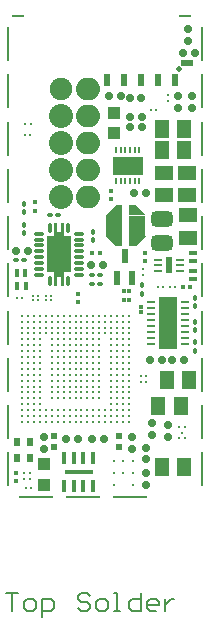
<source format=gts>
%FSLAX25Y25*%
%MOIN*%
G70*
G01*
G75*
G04 Layer_Color=8388736*
%ADD10R,0.05906X0.05118*%
G04:AMPARAMS|DCode=11|XSize=25.59mil|YSize=23.62mil|CornerRadius=5.91mil|HoleSize=0mil|Usage=FLASHONLY|Rotation=180.000|XOffset=0mil|YOffset=0mil|HoleType=Round|Shape=RoundedRectangle|*
%AMROUNDEDRECTD11*
21,1,0.02559,0.01181,0,0,180.0*
21,1,0.01378,0.02362,0,0,180.0*
1,1,0.01181,-0.00689,0.00591*
1,1,0.01181,0.00689,0.00591*
1,1,0.01181,0.00689,-0.00591*
1,1,0.01181,-0.00689,-0.00591*
%
%ADD11ROUNDEDRECTD11*%
G04:AMPARAMS|DCode=12|XSize=25.59mil|YSize=23.62mil|CornerRadius=5.91mil|HoleSize=0mil|Usage=FLASHONLY|Rotation=270.000|XOffset=0mil|YOffset=0mil|HoleType=Round|Shape=RoundedRectangle|*
%AMROUNDEDRECTD12*
21,1,0.02559,0.01181,0,0,270.0*
21,1,0.01378,0.02362,0,0,270.0*
1,1,0.01181,-0.00591,-0.00689*
1,1,0.01181,-0.00591,0.00689*
1,1,0.01181,0.00591,0.00689*
1,1,0.01181,0.00591,-0.00689*
%
%ADD12ROUNDEDRECTD12*%
%ADD13R,0.00866X0.01024*%
%ADD14R,0.01024X0.00866*%
%ADD15R,0.05118X0.05906*%
G04:AMPARAMS|DCode=16|XSize=15.75mil|YSize=17.72mil|CornerRadius=3.94mil|HoleSize=0mil|Usage=FLASHONLY|Rotation=180.000|XOffset=0mil|YOffset=0mil|HoleType=Round|Shape=RoundedRectangle|*
%AMROUNDEDRECTD16*
21,1,0.01575,0.00984,0,0,180.0*
21,1,0.00787,0.01772,0,0,180.0*
1,1,0.00787,-0.00394,0.00492*
1,1,0.00787,0.00394,0.00492*
1,1,0.00787,0.00394,-0.00492*
1,1,0.00787,-0.00394,-0.00492*
%
%ADD16ROUNDEDRECTD16*%
%ADD17C,0.00984*%
%ADD18R,0.02756X0.01575*%
%ADD19R,0.02362X0.01969*%
%ADD20R,0.01654X0.01811*%
%ADD21R,0.03937X0.04331*%
%ADD22R,0.01575X0.02756*%
G04:AMPARAMS|DCode=23|XSize=15.75mil|YSize=17.72mil|CornerRadius=3.94mil|HoleSize=0mil|Usage=FLASHONLY|Rotation=270.000|XOffset=0mil|YOffset=0mil|HoleType=Round|Shape=RoundedRectangle|*
%AMROUNDEDRECTD23*
21,1,0.01575,0.00984,0,0,270.0*
21,1,0.00787,0.01772,0,0,270.0*
1,1,0.00787,-0.00492,-0.00394*
1,1,0.00787,-0.00492,0.00394*
1,1,0.00787,0.00492,0.00394*
1,1,0.00787,0.00492,-0.00394*
%
%ADD23ROUNDEDRECTD23*%
%ADD24R,0.01811X0.01654*%
%ADD25O,0.03347X0.01102*%
%ADD26O,0.01102X0.03347*%
%ADD27R,0.01181X0.01181*%
%ADD28R,0.06496X0.17323*%
%ADD29R,0.02559X0.00984*%
%ADD30R,0.01772X0.01772*%
%ADD31C,0.01082*%
%ADD32R,0.02658X0.00984*%
%ADD33R,0.02402X0.05591*%
%ADD34R,0.09843X0.06299*%
%ADD35R,0.00984X0.01969*%
G04:AMPARAMS|DCode=36|XSize=70.87mil|YSize=51.18mil|CornerRadius=12.8mil|HoleSize=0mil|Usage=FLASHONLY|Rotation=0.000|XOffset=0mil|YOffset=0mil|HoleType=Round|Shape=RoundedRectangle|*
%AMROUNDEDRECTD36*
21,1,0.07087,0.02559,0,0,0.0*
21,1,0.04528,0.05118,0,0,0.0*
1,1,0.02559,0.02264,-0.01280*
1,1,0.02559,-0.02264,-0.01280*
1,1,0.02559,-0.02264,0.01280*
1,1,0.02559,0.02264,0.01280*
%
%ADD36ROUNDEDRECTD36*%
%ADD37C,0.01181*%
%ADD38R,0.01181X0.03937*%
%ADD39R,0.09449X0.01181*%
%ADD40R,0.05512X0.06693*%
%ADD41R,0.01000X0.11811*%
%ADD42R,0.03937X0.01000*%
%ADD43R,0.11811X0.01000*%
%ADD44R,0.01969X0.03937*%
%ADD45R,0.03937X0.01969*%
%ADD46R,0.02362X0.02756*%
%ADD47R,0.01969X0.04724*%
%ADD48C,0.00800*%
%ADD49C,0.00500*%
%ADD50C,0.01000*%
%ADD51C,0.00400*%
%ADD52C,0.01200*%
%ADD53C,0.01500*%
%ADD54C,0.00900*%
%ADD55C,0.00600*%
%ADD56C,0.02000*%
%ADD57C,0.00700*%
%ADD58O,0.08000X0.07500*%
%ADD59C,0.07480*%
%ADD60C,0.08000*%
%ADD61C,0.01200*%
%ADD62C,0.01969*%
%ADD63C,0.08200*%
%ADD64C,0.02200*%
%ADD65C,0.02600*%
%ADD66C,0.01024*%
%ADD67C,0.00807*%
%ADD68R,0.12000X0.06000*%
%ADD69R,0.03937X0.01575*%
%ADD70R,0.00886X0.00709*%
G04:AMPARAMS|DCode=71|XSize=8.86mil|YSize=7.09mil|CornerRadius=0mil|HoleSize=0mil|Usage=FLASHONLY|Rotation=135.000|XOffset=0mil|YOffset=0mil|HoleType=Round|Shape=Rectangle|*
%AMROTATEDRECTD71*
4,1,4,0.00564,-0.00063,0.00063,-0.00564,-0.00564,0.00063,-0.00063,0.00564,0.00564,-0.00063,0.0*
%
%ADD71ROTATEDRECTD71*%

%ADD72R,0.00709X0.00886*%
%ADD73R,0.03228X0.05197*%
%ADD74R,0.03228X0.05197*%
%ADD75R,0.00906X0.03543*%
%ADD76C,0.01339*%
%ADD77C,0.00394*%
%ADD78C,0.00984*%
%ADD79C,0.00591*%
%ADD80C,0.00197*%
%ADD81C,0.00098*%
%ADD82C,0.00472*%
%ADD83C,0.00787*%
%ADD84R,0.01824X0.01666*%
%ADD85R,0.01666X0.01824*%
%ADD86C,0.02000*%
G36*
X43146Y84307D02*
X40981D01*
Y87653D01*
X46493D01*
X43146Y84307D01*
D02*
G37*
G36*
X38619D02*
X36454D01*
X33107Y87653D01*
X38619D01*
Y84307D01*
D02*
G37*
G36*
X19155Y87402D02*
X21655D01*
Y75394D01*
X19155D01*
Y70964D01*
X18250D01*
Y73819D01*
X16990D01*
Y70964D01*
X16085D01*
Y75394D01*
X13585D01*
Y87402D01*
X16085D01*
Y91831D01*
X16990D01*
Y88976D01*
X18250D01*
Y91831D01*
X19155D01*
Y87402D01*
D02*
G37*
G36*
X46493Y94346D02*
X40981D01*
Y97693D01*
X43146D01*
X46493Y94346D01*
D02*
G37*
G36*
X38620Y94327D02*
X33127D01*
X36473Y97673D01*
X38620D01*
Y94327D01*
D02*
G37*
D10*
X60600Y94440D02*
D03*
Y86960D02*
D03*
X52600Y108640D02*
D03*
Y101160D02*
D03*
X60300D02*
D03*
Y108640D02*
D03*
D11*
X60500Y152532D02*
D03*
Y156468D02*
D03*
X57300Y130332D02*
D03*
Y134268D02*
D03*
X62000Y134268D02*
D03*
Y130332D02*
D03*
X48500Y25168D02*
D03*
Y21231D02*
D03*
X46500Y4532D02*
D03*
Y8468D02*
D03*
Y16969D02*
D03*
Y13032D02*
D03*
X12500Y16532D02*
D03*
Y20469D02*
D03*
X42000D02*
D03*
Y16532D02*
D03*
X54000Y24468D02*
D03*
Y20531D02*
D03*
D12*
X62868Y148600D02*
D03*
X58931D02*
D03*
X32469Y20000D02*
D03*
X28532D02*
D03*
X20031D02*
D03*
X23968D02*
D03*
X55231Y46300D02*
D03*
X59168D02*
D03*
X46668Y101700D02*
D03*
X42731D02*
D03*
X34231Y134300D02*
D03*
X38168D02*
D03*
X41131Y133400D02*
D03*
X45068D02*
D03*
X45169Y123800D02*
D03*
X41232D02*
D03*
X32368Y77700D02*
D03*
X28431D02*
D03*
X3272Y82640D02*
D03*
X7209D02*
D03*
X48031Y46300D02*
D03*
X51968D02*
D03*
X45268Y127300D02*
D03*
X41331D02*
D03*
D13*
X53900Y134406D02*
D03*
Y132595D02*
D03*
X45700Y76406D02*
D03*
Y74594D02*
D03*
D14*
X50106Y129500D02*
D03*
X48294D02*
D03*
X52306Y70500D02*
D03*
X50494D02*
D03*
X56305Y70400D02*
D03*
X54495D02*
D03*
X8100Y121100D02*
D03*
X6289D02*
D03*
X3494Y66800D02*
D03*
X5305D02*
D03*
X6389Y124900D02*
D03*
X8200D02*
D03*
X44894Y38700D02*
D03*
X46705D02*
D03*
Y40800D02*
D03*
X44894D02*
D03*
X8405Y3500D02*
D03*
X6594D02*
D03*
D15*
X50760Y31000D02*
D03*
X58240D02*
D03*
X51960Y116200D02*
D03*
X59440D02*
D03*
Y123300D02*
D03*
X51960D02*
D03*
X51960Y10500D02*
D03*
X59440D02*
D03*
X60940Y39400D02*
D03*
X53460D02*
D03*
D16*
X5807Y88484D02*
D03*
Y91240D02*
D03*
X63100Y56122D02*
D03*
Y58878D02*
D03*
Y52078D02*
D03*
Y49322D02*
D03*
X45200Y71078D02*
D03*
Y68322D02*
D03*
X29100Y88978D02*
D03*
Y86222D02*
D03*
X5807Y98327D02*
D03*
Y95571D02*
D03*
X63000Y66978D02*
D03*
Y64222D02*
D03*
D17*
X10587Y67587D02*
D03*
Y66013D02*
D03*
X9013Y67587D02*
D03*
Y66013D02*
D03*
X13313D02*
D03*
Y67587D02*
D03*
X14887Y66013D02*
D03*
Y67587D02*
D03*
X40843Y25500D02*
D03*
X38874D02*
D03*
X36906D02*
D03*
X34937D02*
D03*
X32969D02*
D03*
X31000D02*
D03*
X29032D02*
D03*
X27063D02*
D03*
X25095D02*
D03*
X23126D02*
D03*
X21158D02*
D03*
X19189D02*
D03*
X17221D02*
D03*
X15252D02*
D03*
X13284D02*
D03*
X11315D02*
D03*
X9347D02*
D03*
X7378D02*
D03*
X5409D02*
D03*
X40843Y27468D02*
D03*
X38874D02*
D03*
X36906D02*
D03*
X34937D02*
D03*
X32969D02*
D03*
X31000D02*
D03*
X29032D02*
D03*
X27063D02*
D03*
X25095D02*
D03*
X23126D02*
D03*
X21158D02*
D03*
X19189D02*
D03*
X17221D02*
D03*
X15252D02*
D03*
X13284D02*
D03*
X11315D02*
D03*
X9347D02*
D03*
X7378D02*
D03*
X5409D02*
D03*
X40843Y29437D02*
D03*
X38874D02*
D03*
X36906D02*
D03*
X34937D02*
D03*
X32969D02*
D03*
X31000D02*
D03*
X29032D02*
D03*
X27063D02*
D03*
X25095D02*
D03*
X23126D02*
D03*
X21158D02*
D03*
X19189D02*
D03*
X17221D02*
D03*
X15252D02*
D03*
X13284D02*
D03*
X11315D02*
D03*
X9347D02*
D03*
X7378D02*
D03*
X5409D02*
D03*
X40843Y31405D02*
D03*
X38874D02*
D03*
X36906D02*
D03*
X34937D02*
D03*
X11315D02*
D03*
X9347D02*
D03*
X7378D02*
D03*
X5409D02*
D03*
X40843Y33374D02*
D03*
X38874D02*
D03*
X36906D02*
D03*
X34937D02*
D03*
X31000D02*
D03*
X29032D02*
D03*
X27063D02*
D03*
X25095D02*
D03*
X23126D02*
D03*
X21158D02*
D03*
X19189D02*
D03*
X17221D02*
D03*
X15252D02*
D03*
X11315D02*
D03*
X9347D02*
D03*
X7378D02*
D03*
X5409D02*
D03*
X40843Y35342D02*
D03*
X38874D02*
D03*
X36906D02*
D03*
X34937D02*
D03*
X31000D02*
D03*
X29032D02*
D03*
X27063D02*
D03*
X25095D02*
D03*
X23126D02*
D03*
X21158D02*
D03*
X19189D02*
D03*
X17221D02*
D03*
X15252D02*
D03*
X11315D02*
D03*
X9347D02*
D03*
X7378D02*
D03*
X5409D02*
D03*
X40843Y37311D02*
D03*
X38874D02*
D03*
X36906D02*
D03*
X34937D02*
D03*
X31000D02*
D03*
X29032D02*
D03*
X27063D02*
D03*
X25095D02*
D03*
X23126D02*
D03*
X21158D02*
D03*
X19189D02*
D03*
X17221D02*
D03*
X15252D02*
D03*
X11315D02*
D03*
X9347D02*
D03*
X7378D02*
D03*
X5409D02*
D03*
X40843Y39279D02*
D03*
X38874D02*
D03*
X36906D02*
D03*
X34937D02*
D03*
X31000D02*
D03*
X29032D02*
D03*
X27063D02*
D03*
X25095D02*
D03*
X23126D02*
D03*
X21158D02*
D03*
X19189D02*
D03*
X17221D02*
D03*
X15252D02*
D03*
X11315D02*
D03*
X9347D02*
D03*
X7378D02*
D03*
X5409D02*
D03*
X40843Y41248D02*
D03*
X38874D02*
D03*
X36906D02*
D03*
X34937D02*
D03*
X31000D02*
D03*
X29032D02*
D03*
X27063D02*
D03*
X25095D02*
D03*
X23126D02*
D03*
X21158D02*
D03*
X19189D02*
D03*
X17221D02*
D03*
X15252D02*
D03*
X11315D02*
D03*
X9347D02*
D03*
X7378D02*
D03*
X5409D02*
D03*
X40843Y43216D02*
D03*
X38874D02*
D03*
X36906D02*
D03*
X34937D02*
D03*
X31000D02*
D03*
X29032D02*
D03*
X27063D02*
D03*
X25095D02*
D03*
X23126D02*
D03*
X21158D02*
D03*
X19189D02*
D03*
X17221D02*
D03*
X15252D02*
D03*
X11315D02*
D03*
X9347D02*
D03*
X7378D02*
D03*
X5409D02*
D03*
X40843Y45185D02*
D03*
X38874D02*
D03*
X36906D02*
D03*
X34937D02*
D03*
X31000D02*
D03*
X29032D02*
D03*
X27063D02*
D03*
X25095D02*
D03*
X23126D02*
D03*
X21158D02*
D03*
X19189D02*
D03*
X17221D02*
D03*
X15252D02*
D03*
X11315D02*
D03*
X9347D02*
D03*
X7378D02*
D03*
X5409D02*
D03*
X40843Y47153D02*
D03*
X38874D02*
D03*
X36906D02*
D03*
X34937D02*
D03*
X31000D02*
D03*
X29032D02*
D03*
X27063D02*
D03*
X25095D02*
D03*
X23126D02*
D03*
X21158D02*
D03*
X19189D02*
D03*
X17221D02*
D03*
X15252D02*
D03*
X11315D02*
D03*
X9347D02*
D03*
X7378D02*
D03*
X5409D02*
D03*
X40843Y49122D02*
D03*
X38874D02*
D03*
X36906D02*
D03*
X34937D02*
D03*
X31000D02*
D03*
X29032D02*
D03*
X27063D02*
D03*
X25095D02*
D03*
X23126D02*
D03*
X21158D02*
D03*
X19189D02*
D03*
X17221D02*
D03*
X15252D02*
D03*
X11315D02*
D03*
X9347D02*
D03*
X7378D02*
D03*
X5409D02*
D03*
X40843Y51091D02*
D03*
X38874D02*
D03*
X36906D02*
D03*
X34937D02*
D03*
X31000D02*
D03*
X29032D02*
D03*
X27063D02*
D03*
X25095D02*
D03*
X23126D02*
D03*
X21158D02*
D03*
X19189D02*
D03*
X17221D02*
D03*
X15252D02*
D03*
X11315D02*
D03*
X9347D02*
D03*
X7378D02*
D03*
X5409D02*
D03*
X40843Y53059D02*
D03*
X38874D02*
D03*
X36906D02*
D03*
X34937D02*
D03*
X31000D02*
D03*
X29032D02*
D03*
X27063D02*
D03*
X25095D02*
D03*
X23126D02*
D03*
X21158D02*
D03*
X19189D02*
D03*
X17221D02*
D03*
X15252D02*
D03*
X11315D02*
D03*
X9347D02*
D03*
X7378D02*
D03*
X5409D02*
D03*
X40843Y55028D02*
D03*
X38874D02*
D03*
X36906D02*
D03*
X34937D02*
D03*
X32969D02*
D03*
X31000D02*
D03*
X29032D02*
D03*
X27063D02*
D03*
X25095D02*
D03*
X23126D02*
D03*
X21158D02*
D03*
X19189D02*
D03*
X17221D02*
D03*
X15252D02*
D03*
X13284D02*
D03*
X11315D02*
D03*
X9347D02*
D03*
X7378D02*
D03*
X5409D02*
D03*
X40843Y56996D02*
D03*
X38874D02*
D03*
X36906D02*
D03*
X34937D02*
D03*
X32969D02*
D03*
X31000D02*
D03*
X29032D02*
D03*
X27063D02*
D03*
X25095D02*
D03*
X23126D02*
D03*
X21158D02*
D03*
X19189D02*
D03*
X17221D02*
D03*
X15252D02*
D03*
X13284D02*
D03*
X11315D02*
D03*
X9347D02*
D03*
X7378D02*
D03*
X5409D02*
D03*
X40843Y58965D02*
D03*
X38874D02*
D03*
X36906D02*
D03*
X34937D02*
D03*
X32969D02*
D03*
X31000D02*
D03*
X29032D02*
D03*
X27063D02*
D03*
X25095D02*
D03*
X23126D02*
D03*
X21158D02*
D03*
X19189D02*
D03*
X17221D02*
D03*
X15252D02*
D03*
X13284D02*
D03*
X11315D02*
D03*
X9347D02*
D03*
X7378D02*
D03*
X5409D02*
D03*
X40843Y60933D02*
D03*
X38874D02*
D03*
X36906D02*
D03*
X34937D02*
D03*
X32969D02*
D03*
X31000D02*
D03*
X29032D02*
D03*
X27063D02*
D03*
X25095D02*
D03*
X23126D02*
D03*
X21158D02*
D03*
X19189D02*
D03*
X17221D02*
D03*
X15252D02*
D03*
X13284D02*
D03*
X11315D02*
D03*
X9347D02*
D03*
X7378D02*
D03*
X5409D02*
D03*
X6016Y6416D02*
D03*
Y8384D02*
D03*
X7984Y6416D02*
D03*
Y8384D02*
D03*
D18*
X62300Y79222D02*
D03*
Y81978D02*
D03*
X62400Y73122D02*
D03*
Y75878D02*
D03*
D19*
X37500Y20968D02*
D03*
Y17031D02*
D03*
X16000D02*
D03*
Y20968D02*
D03*
D20*
X3300Y5801D02*
D03*
Y8399D02*
D03*
X24100Y65501D02*
D03*
Y68099D02*
D03*
X35100Y102599D02*
D03*
Y100001D02*
D03*
X46200Y79201D02*
D03*
Y81799D02*
D03*
D21*
X12500Y11347D02*
D03*
Y4654D02*
D03*
X35800Y121754D02*
D03*
Y128446D02*
D03*
D22*
X6398Y75161D02*
D03*
X3642D02*
D03*
X3722Y70800D02*
D03*
X6478D02*
D03*
D23*
X17378Y94500D02*
D03*
X14622D02*
D03*
X28622Y71400D02*
D03*
X31378D02*
D03*
Y74500D02*
D03*
X28622D02*
D03*
X3122Y79500D02*
D03*
X5878D02*
D03*
D24*
X58801Y70400D02*
D03*
X61399D02*
D03*
X31299Y81800D02*
D03*
X28701D02*
D03*
D25*
X24409Y74508D02*
D03*
Y76477D02*
D03*
Y78445D02*
D03*
Y80414D02*
D03*
Y82382D02*
D03*
Y84351D02*
D03*
Y86319D02*
D03*
Y88288D02*
D03*
X10826D02*
D03*
Y86319D02*
D03*
Y84351D02*
D03*
Y82382D02*
D03*
Y80414D02*
D03*
Y78445D02*
D03*
Y76477D02*
D03*
Y74508D02*
D03*
D26*
X20571Y90158D02*
D03*
X14665D02*
D03*
Y72638D02*
D03*
X20571D02*
D03*
D27*
X17618Y81398D02*
D03*
D28*
X53900Y58500D02*
D03*
D29*
X48290Y51610D02*
D03*
Y53579D02*
D03*
Y55547D02*
D03*
Y57516D02*
D03*
Y59484D02*
D03*
Y61453D02*
D03*
Y63421D02*
D03*
Y65390D02*
D03*
X59510D02*
D03*
Y63421D02*
D03*
Y61453D02*
D03*
Y59484D02*
D03*
Y57516D02*
D03*
Y55547D02*
D03*
Y53579D02*
D03*
Y51610D02*
D03*
D30*
X9646Y98721D02*
D03*
Y95965D02*
D03*
D31*
X58500Y22000D02*
D03*
X59484Y20295D02*
D03*
X57516D02*
D03*
X59484Y23705D02*
D03*
X57516D02*
D03*
D32*
X50717Y75731D02*
D03*
Y77700D02*
D03*
Y79668D02*
D03*
X57883D02*
D03*
Y77700D02*
D03*
Y75731D02*
D03*
D33*
X54300Y77700D02*
D03*
D34*
X40500Y111000D02*
D03*
D35*
X36563Y116020D02*
D03*
X38138D02*
D03*
X39713D02*
D03*
X41287D02*
D03*
X42862D02*
D03*
X44437D02*
D03*
Y105980D02*
D03*
X42862D02*
D03*
X41287D02*
D03*
X39713D02*
D03*
X38138D02*
D03*
X36563D02*
D03*
D36*
X52000Y85263D02*
D03*
Y93137D02*
D03*
D37*
X39000Y12437D02*
D03*
X42150Y8500D02*
D03*
X35850D02*
D03*
X42150Y12437D02*
D03*
Y4563D02*
D03*
X35850Y12437D02*
D03*
Y4563D02*
D03*
X39000Y8500D02*
D03*
D38*
X28839Y13484D02*
D03*
X25689D02*
D03*
X22539D02*
D03*
X19390D02*
D03*
Y4035D02*
D03*
X22539D02*
D03*
X25689D02*
D03*
X28839D02*
D03*
D39*
X24114Y8760D02*
D03*
D40*
X35863Y91000D02*
D03*
X43737D02*
D03*
D41*
X591Y9744D02*
D03*
Y25492D02*
D03*
Y41240D02*
D03*
Y56988D02*
D03*
Y72736D02*
D03*
Y88484D02*
D03*
Y104232D02*
D03*
Y119980D02*
D03*
Y135728D02*
D03*
Y151476D02*
D03*
X65354D02*
D03*
Y135728D02*
D03*
Y119980D02*
D03*
Y104232D02*
D03*
Y88484D02*
D03*
Y72736D02*
D03*
Y56988D02*
D03*
Y41240D02*
D03*
Y25492D02*
D03*
Y9744D02*
D03*
D42*
X3937Y160728D02*
D03*
X59547D02*
D03*
D43*
X41339Y492D02*
D03*
X25591D02*
D03*
X9843D02*
D03*
D44*
X33500Y139500D02*
D03*
X39169D02*
D03*
X44839D02*
D03*
X50508D02*
D03*
X56177D02*
D03*
D45*
X60400Y145100D02*
D03*
D46*
X3635Y13444D02*
D03*
Y18956D02*
D03*
X7965D02*
D03*
Y13444D02*
D03*
D47*
X39500Y80840D02*
D03*
X42059Y73360D02*
D03*
X36941D02*
D03*
D48*
X0Y-31403D02*
X3999D01*
X1999D01*
Y-37402D01*
X6998D02*
X8997D01*
X9997Y-36402D01*
Y-34402D01*
X8997Y-33403D01*
X6998D01*
X5998Y-34402D01*
Y-36402D01*
X6998Y-37402D01*
X11996Y-39401D02*
Y-33403D01*
X14995D01*
X15995Y-34402D01*
Y-36402D01*
X14995Y-37402D01*
X11996D01*
X27991Y-32403D02*
X26991Y-31403D01*
X24992D01*
X23992Y-32403D01*
Y-33403D01*
X24992Y-34402D01*
X26991D01*
X27991Y-35402D01*
Y-36402D01*
X26991Y-37402D01*
X24992D01*
X23992Y-36402D01*
X30990Y-37402D02*
X32989D01*
X33989Y-36402D01*
Y-34402D01*
X32989Y-33403D01*
X30990D01*
X29990Y-34402D01*
Y-36402D01*
X30990Y-37402D01*
X35988D02*
X37988D01*
X36988D01*
Y-31403D01*
X35988D01*
X44985D02*
Y-37402D01*
X41986D01*
X40987Y-36402D01*
Y-34402D01*
X41986Y-33403D01*
X44985D01*
X49984Y-37402D02*
X47984D01*
X46985Y-36402D01*
Y-34402D01*
X47984Y-33403D01*
X49984D01*
X50984Y-34402D01*
Y-35402D01*
X46985D01*
X52983Y-33403D02*
Y-37402D01*
Y-35402D01*
X53983Y-34402D01*
X54982Y-33403D01*
X55982D01*
D58*
X27386Y100370D02*
D03*
Y109425D02*
D03*
Y118480D02*
D03*
Y127535D02*
D03*
Y136590D02*
D03*
D59*
X18331D02*
D03*
D60*
Y127535D02*
D03*
Y118480D02*
D03*
Y109425D02*
D03*
Y100370D02*
D03*
D62*
X15649Y85335D02*
D03*
Y81398D02*
D03*
Y77461D02*
D03*
X19586Y85335D02*
D03*
Y81398D02*
D03*
Y77461D02*
D03*
D84*
X41006Y66200D02*
D03*
X39195D02*
D03*
X41006Y69200D02*
D03*
X39195D02*
D03*
D85*
X45100Y62094D02*
D03*
Y63906D02*
D03*
D86*
X57600Y143300D02*
D03*
M02*

</source>
